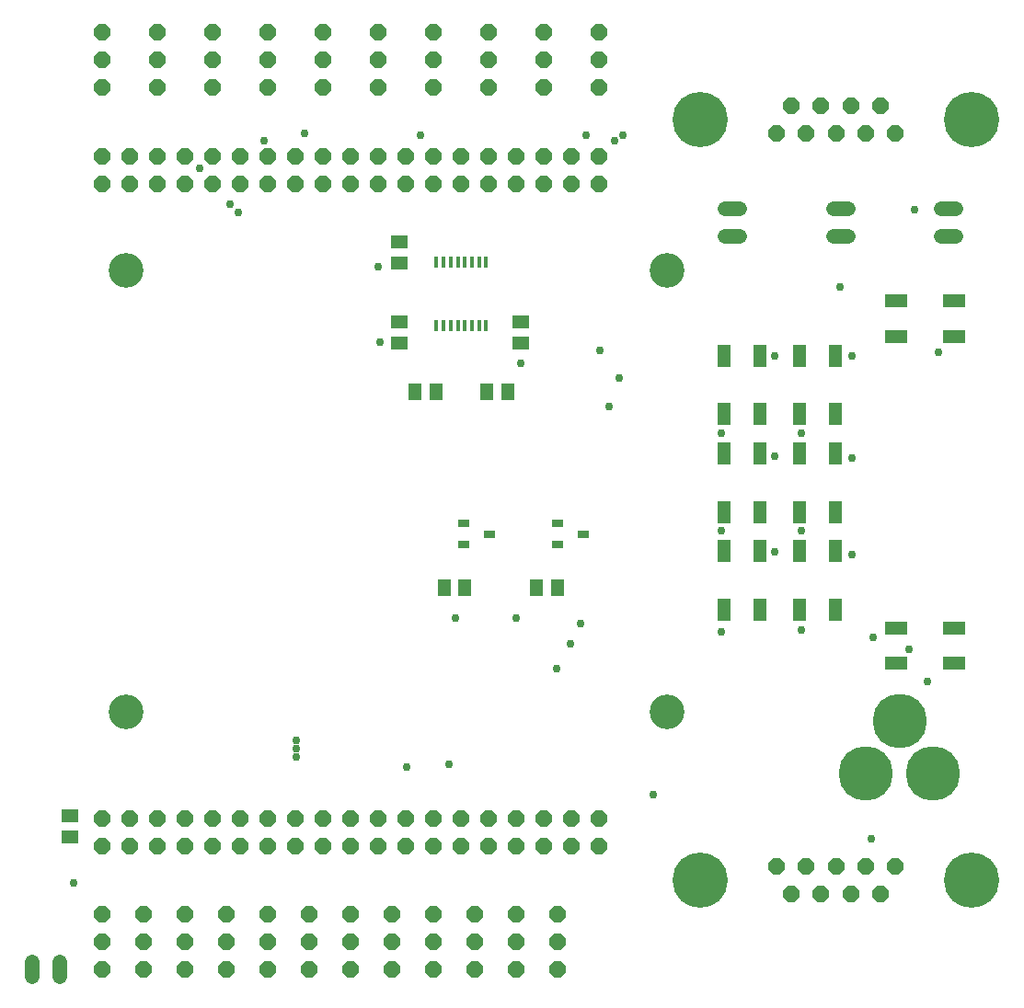
<source format=gbr>
G04 EAGLE Gerber RS-274X export*
G75*
%MOMM*%
%FSLAX34Y34*%
%LPD*%
%INSoldermask Top*%
%IPPOS*%
%AMOC8*
5,1,8,0,0,1.08239X$1,22.5*%
G01*
%ADD10C,3.200000*%
%ADD11R,1.500000X1.300000*%
%ADD12R,1.300000X1.500000*%
%ADD13P,1.649562X8X22.500000*%
%ADD14R,0.304800X0.990600*%
%ADD15C,5.000000*%
%ADD16C,1.371600*%
%ADD17P,1.649562X8X202.500000*%
%ADD18C,5.080000*%
%ADD19P,1.623585X8X112.500000*%
%ADD20P,1.623585X8X292.500000*%
%ADD21R,1.000000X0.700000*%
%ADD22R,1.200000X2.000000*%
%ADD23R,2.000000X1.200000*%
%ADD24C,0.750000*%


D10*
X107950Y270510D03*
X605780Y270510D03*
X107950Y676910D03*
X605780Y676910D03*
D11*
X55960Y174280D03*
X55960Y155280D03*
D12*
X392890Y564830D03*
X373890Y564830D03*
X458930Y564830D03*
X439930Y564830D03*
D11*
X359260Y628940D03*
X359260Y609940D03*
X471020Y609940D03*
X471020Y628940D03*
X359260Y702600D03*
X359260Y683600D03*
D13*
X86210Y147000D03*
X86210Y172400D03*
X111610Y147000D03*
X111610Y172400D03*
X137010Y147000D03*
X137010Y172400D03*
X162410Y147000D03*
X162410Y172400D03*
X187810Y147000D03*
X187810Y172400D03*
X213210Y147000D03*
X213210Y172400D03*
X238610Y147000D03*
X238610Y172400D03*
X264010Y147000D03*
X264010Y172400D03*
X289410Y147000D03*
X289410Y172400D03*
X314810Y147000D03*
X314810Y172400D03*
X340210Y147000D03*
X340210Y172400D03*
X365610Y147000D03*
X365610Y172400D03*
X391010Y147000D03*
X391010Y172400D03*
X416410Y147000D03*
X416410Y172400D03*
X441810Y147000D03*
X441810Y172400D03*
X467210Y147000D03*
X467210Y172400D03*
X492610Y147000D03*
X492610Y172400D03*
X518010Y147000D03*
X518010Y172400D03*
X543410Y147000D03*
X543410Y172400D03*
X86210Y756600D03*
X86210Y782000D03*
X111610Y756600D03*
X111610Y782000D03*
X137010Y756600D03*
X137010Y782000D03*
X162410Y756600D03*
X162410Y782000D03*
X187810Y756600D03*
X187810Y782000D03*
X213210Y756600D03*
X213210Y782000D03*
X238610Y756600D03*
X238610Y782000D03*
X264010Y756600D03*
X264010Y782000D03*
X289410Y756600D03*
X289410Y782000D03*
X314810Y756600D03*
X314810Y782000D03*
X340210Y756600D03*
X340210Y782000D03*
X365610Y756600D03*
X365610Y782000D03*
X391010Y756600D03*
X391010Y782000D03*
X416410Y756600D03*
X416410Y782000D03*
X441810Y756600D03*
X441810Y782000D03*
X467210Y756600D03*
X467210Y782000D03*
X492610Y756600D03*
X492610Y782000D03*
X518010Y756600D03*
X518010Y782000D03*
X543410Y756600D03*
X543410Y782000D03*
D14*
X393660Y625822D03*
X400160Y625822D03*
X406660Y625822D03*
X413160Y625822D03*
X419660Y625822D03*
X426160Y625822D03*
X432660Y625822D03*
X439160Y625822D03*
X439160Y684178D03*
X432660Y684178D03*
X426160Y684178D03*
X419660Y684178D03*
X413160Y684178D03*
X406660Y684178D03*
X400160Y684178D03*
X393660Y684178D03*
D15*
X789070Y213880D03*
X820070Y261880D03*
X850070Y213880D03*
D16*
X772358Y708300D02*
X758642Y708300D01*
X758642Y733700D02*
X772358Y733700D01*
X858142Y708300D02*
X871858Y708300D01*
X871858Y733700D02*
X858142Y733700D01*
D17*
X816034Y128350D03*
X788602Y128350D03*
X761170Y128350D03*
X733738Y128350D03*
X706306Y128350D03*
X802318Y102950D03*
X774886Y102950D03*
X747454Y102950D03*
X720022Y102950D03*
D18*
X886392Y115650D03*
X635948Y115650D03*
D19*
X429100Y33000D03*
X429100Y58400D03*
X429100Y83800D03*
X238600Y33000D03*
X238600Y58400D03*
X238600Y83800D03*
X276700Y33000D03*
X276700Y58400D03*
X276700Y83800D03*
D20*
X340200Y896000D03*
X340200Y870600D03*
X340200Y845200D03*
X289400Y896000D03*
X289400Y870600D03*
X289400Y845200D03*
X86200Y896000D03*
X86200Y870600D03*
X86200Y845200D03*
X391000Y896000D03*
X391000Y870600D03*
X391000Y845200D03*
X238600Y896000D03*
X238600Y870600D03*
X238600Y845200D03*
X187800Y896000D03*
X187800Y870600D03*
X187800Y845200D03*
X137000Y896000D03*
X137000Y870600D03*
X137000Y845200D03*
D17*
X706306Y802560D03*
X733738Y802560D03*
X761170Y802560D03*
X788602Y802560D03*
X816034Y802560D03*
X720022Y827960D03*
X747454Y827960D03*
X774886Y827960D03*
X802318Y827960D03*
D18*
X886392Y815260D03*
X635948Y815260D03*
D19*
X314800Y33000D03*
X314800Y58400D03*
X314800Y83800D03*
X352900Y33000D03*
X352900Y58400D03*
X352900Y83800D03*
X391000Y33000D03*
X391000Y58400D03*
X391000Y83800D03*
D20*
X492600Y896000D03*
X492600Y870600D03*
X492600Y845200D03*
D19*
X124300Y33000D03*
X124300Y58400D03*
X124300Y83800D03*
X200500Y33000D03*
X200500Y58400D03*
X200500Y83800D03*
X86200Y33000D03*
X86200Y58400D03*
X86200Y83800D03*
X162400Y33000D03*
X162400Y58400D03*
X162400Y83800D03*
D20*
X543400Y896000D03*
X543400Y870600D03*
X543400Y845200D03*
X441800Y896000D03*
X441800Y870600D03*
X441800Y845200D03*
D21*
X504740Y443520D03*
X504740Y424520D03*
X528740Y434020D03*
X418380Y443520D03*
X418380Y424520D03*
X442380Y434020D03*
D12*
X504880Y384490D03*
X485880Y384490D03*
X419560Y384490D03*
X400560Y384490D03*
D16*
X46640Y40398D02*
X46640Y26682D01*
X21240Y26682D02*
X21240Y40398D01*
X659142Y733700D02*
X672858Y733700D01*
X672858Y708300D02*
X659142Y708300D01*
D19*
X467200Y33000D03*
X467200Y58400D03*
X467200Y83800D03*
X505300Y33000D03*
X505300Y58400D03*
X505300Y83800D03*
D22*
X760950Y508300D03*
X727950Y508300D03*
X760950Y454300D03*
X727950Y454300D03*
X760950Y598300D03*
X727950Y598300D03*
X760950Y544300D03*
X727950Y544300D03*
X690950Y418300D03*
X657950Y418300D03*
X690950Y364300D03*
X657950Y364300D03*
X690950Y508300D03*
X657950Y508300D03*
X690950Y454300D03*
X657950Y454300D03*
X760950Y418300D03*
X727950Y418300D03*
X760950Y364300D03*
X727950Y364300D03*
X690950Y598300D03*
X657950Y598300D03*
X690950Y544300D03*
X657950Y544300D03*
D23*
X870280Y616070D03*
X870280Y649070D03*
X816280Y616070D03*
X816280Y649070D03*
X870280Y314800D03*
X870280Y347800D03*
X816280Y314800D03*
X816280Y347800D03*
D24*
X704850Y417830D03*
X775970Y415290D03*
X704850Y505460D03*
X775970Y504190D03*
X704850Y598170D03*
X775970Y598170D03*
X845660Y298290D03*
X855450Y601240D03*
X340210Y680400D03*
X341480Y610550D03*
X471020Y591500D03*
X59540Y112649D03*
X795020Y339090D03*
X728980Y345440D03*
X655320Y344170D03*
X655320Y436880D03*
X728980Y436880D03*
X655320Y527050D03*
X728980Y527050D03*
X764540Y661670D03*
X410810Y356870D03*
X466690Y356870D03*
X264160Y228600D03*
X264160Y236220D03*
X264160Y243840D03*
X210820Y730250D03*
X203200Y737870D03*
X175260Y770890D03*
X234950Y796290D03*
X271780Y802640D03*
X561340Y577850D03*
X552450Y551180D03*
X793750Y153670D03*
X378460Y801370D03*
X516890Y332740D03*
X530860Y801370D03*
X525780Y351790D03*
X557530Y796290D03*
X565150Y801370D03*
X405130Y222250D03*
X365760Y219710D03*
X504190Y309880D03*
X543560Y603250D03*
X593090Y194310D03*
X833120Y732790D03*
X828040Y327660D03*
M02*

</source>
